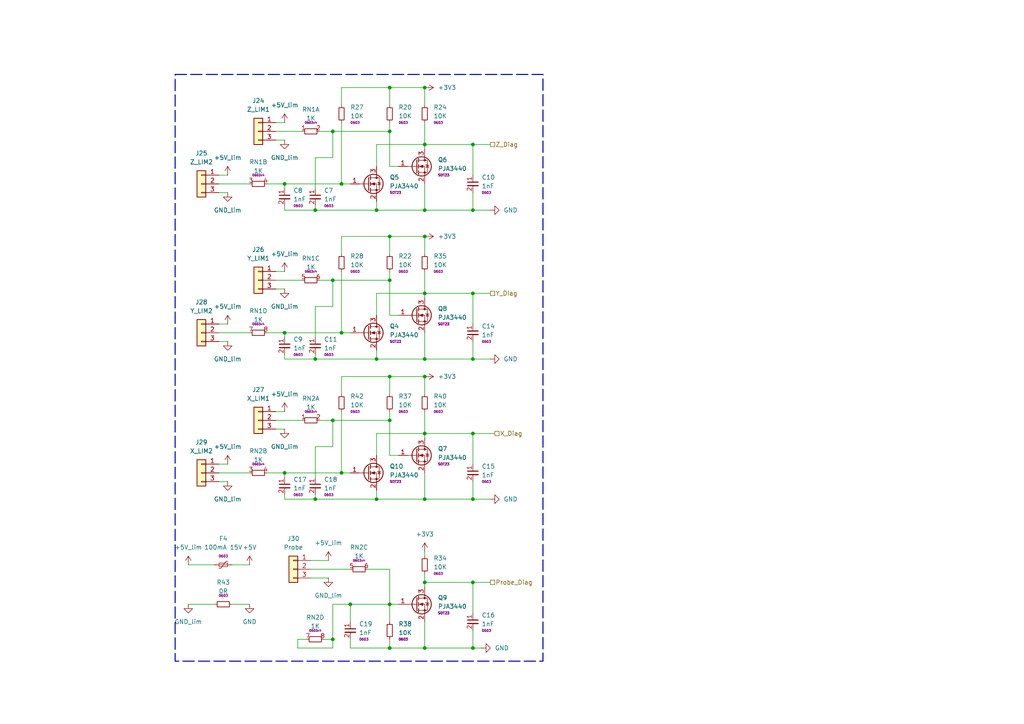
<source format=kicad_sch>
(kicad_sch (version 20250114) (generator "eeschema") (generator_version "9.0")
  (paper "A4")
  (title_block (title "LimitSwitchInputs") (date "2025-04-20") (rev "V_0.1") (company "hasankara.info"))
  (lib_symbols
    (symbol "Library:C_0603_1nF_50V_X7R" (pin_names (offset 0.254) (hide yes))
      (property "Reference" "C" (at 2.54 2.54 0))
      (property "Value" "1nF" (at 2.54 0 0))
      (property "Pad" "0603" (at 2.54 -2.54 0))
      (symbol "C_0603_1nF_50V_X7R_0_1"
        (polyline (pts (xy -1.524 0.508) (xy 1.524 0.508)) (stroke (width 0.3048)))
        (polyline (pts (xy -1.524 -0.508) (xy 1.524 -0.508)) (stroke (width 0.3302)))
      )
      (symbol "C_0603_1nF_50V_X7R_1_1"
        (pin passive line (at 0 2.54 270) (length 2.032) (name "~") (number "1"))
        (pin passive line (at 0 -2.54 90) (length 2.032) (name "~") (number "2"))
      )
    )
    (symbol "Library:Conn_01x03" (pin_names (offset 1.016) (hide yes))
      (property "Reference" "J" (at 0 5.08 0))
      (property "Value" "Conn_01x03" (at 0 -5.08 0))
      (symbol "Conn_01x03_1_1"
        (rectangle (start -1.27 3.81) (end 1.27 -3.81) (stroke (width 0.254)) (fill (type background)))
        (rectangle (start -1.27 2.667) (end 0 2.413) (stroke (width 0.1524)))
        (rectangle (start -1.27 0.127) (end 0 -0.127) (stroke (width 0.1524)))
        (rectangle (start -1.27 -2.413) (end 0 -2.667) (stroke (width 0.1524)))
        (pin passive line (at -5.08 2.54 0) (length 3.81) (name "Pin_1") (number "1"))
        (pin passive line (at -5.08 0 0) (length 3.81) (name "Pin_2") (number "2"))
        (pin passive line (at -5.08 -2.54 0) (length 3.81) (name "Pin_3") (number "3"))
      )
    )
    (symbol "Library:PJA3440_R2_00001" (pin_names (offset 0) (hide yes))
      (property "Reference" "Q" (at 5.08 2.54 0))
      (property "Value" "PJA3440" (at 5.08 0 0))
      (property "Pad" "SOT23" (at 5.08 -2.54 0))
      (symbol "PJA3440_R2_00001_0_1"
        (polyline (pts (xy 0.254 1.905) (xy 0.254 -1.905)) (stroke (width 0.254)))
        (polyline (pts (xy 0.254 0) (xy -2.54 0)))
        (polyline (pts (xy 0.762 2.286) (xy 0.762 1.27)) (stroke (width 0.254)))
        (polyline (pts (xy 0.762 0.508) (xy 0.762 -0.508)) (stroke (width 0.254)))
        (polyline (pts (xy 0.762 -1.27) (xy 0.762 -2.286)) (stroke (width 0.254)))
        (polyline (pts (xy 0.762 -1.778) (xy 3.302 -1.778) (xy 3.302 1.778) (xy 0.762 1.778)))
        (polyline (pts (xy 1.016 0) (xy 2.032 0.381) (xy 2.032 -0.381) (xy 1.016 0)) (fill (type outline)))
        (circle (center 1.651 0) (radius 2.794) (stroke (width 0.254)))
        (polyline (pts (xy 2.54 2.54) (xy 2.54 1.778)))
        (circle (center 2.54 1.778) (radius 0.254) (fill (type outline)))
        (circle (center 2.54 -1.778) (radius 0.254) (fill (type outline)))
        (polyline (pts (xy 2.54 -2.54) (xy 2.54 0) (xy 0.762 0)))
        (polyline (pts (xy 2.794 0.508) (xy 2.921 0.381) (xy 3.683 0.381) (xy 3.81 0.254)))
        (polyline (pts (xy 3.302 0.381) (xy 2.921 -0.254) (xy 3.683 -0.254) (xy 3.302 0.381)))
      )
      (symbol "PJA3440_R2_00001_1_1"
        (pin input line (at -5.08 0 0) (length 2.54) (name "G") (number "1"))
        (pin passive line (at 2.54 5.08 270) (length 2.54) (name "D") (number "3"))
        (pin passive line (at 2.54 -5.08 90) (length 2.54) (name "S") (number "2"))
      )
    )
    (symbol "Library:Polyfuse_0603_100mA_15V" (pin_numbers (hide yes)) (pin_names (offset 0))
      (property "Reference" "F" (at 2.54 2.54 0))
      (property "Value" "100mA 15V" (at 2.54 0 0))
      (property "Pad" "0603" (at 2.54 -2.54 0))
      (symbol "Polyfuse_0603_100mA_15V_0_1"
        (polyline (pts (xy -1.016 1.27) (xy -1.016 0.762) (xy 1.016 -0.762) (xy 1.016 -1.27)))
        (rectangle (start -0.508 1.27) (end 0.508 -1.27))
        (polyline (pts (xy 0 2.54) (xy 0 -2.54)))
      )
      (symbol "Polyfuse_0603_100mA_15V_1_1"
        (pin passive line (at 0 2.54 270) (length 0.635) (name "~") (number "1"))
        (pin passive line (at 0 -2.54 90) (length 0.635) (name "~") (number "2"))
      )
    )
    (symbol "Library:R_0603_0R%1" (pin_numbers (hide yes)) (pin_names (offset 0.254) (hide yes))
      (property "Reference" "R" (at 2.54 2.54 0))
      (property "Value" "0R" (at 2.54 0 0))
      (property "Pad" "0603" (at 2.54 -2.54 0))
      (symbol "R_0603_0R%1_0_1"
        (rectangle (start -0.762 1.778) (end 0.762 -1.778) (stroke (width 0.2032)))
      )
      (symbol "R_0603_0R%1_1_1"
        (pin passive line (at 0 2.54 270) (length 0.762) (name "~") (number "1"))
        (pin passive line (at 0 -2.54 90) (length 0.762) (name "~") (number "2"))
      )
    )
    (symbol "Library:R_0603_10K%1" (pin_numbers (hide yes)) (pin_names (offset 0.254) (hide yes))
      (property "Reference" "R" (at 2.54 2.54 0))
      (property "Value" "10K" (at 2.54 0 0))
      (property "Pad" "0603" (at 2.54 -2.54 0))
      (symbol "R_0603_10K%1_0_1"
        (rectangle (start -0.762 1.778) (end 0.762 -1.778) (stroke (width 0.2032)))
      )
      (symbol "R_0603_10K%1_1_1"
        (pin passive line (at 0 2.54 270) (length 0.762) (name "~") (number "1"))
        (pin passive line (at 0 -2.54 90) (length 0.762) (name "~") (number "2"))
      )
    )
    (symbol "Library:R_0603x4_1K%1" (pin_names (offset 0) (hide yes))
      (property "Reference" "RN" (at 2.54 2.54 0))
      (property "Value" "1K" (at 2.54 0 0))
      (property "Pad" "0603x4" (at 2.54 -2.54 0))
      (symbol "R_0603x4_1K%1_0_1"
        (rectangle (start -0.762 1.778) (end 0.762 -1.778) (stroke (width 0.2032)))
      )
      (symbol "R_0603x4_1K%1_1_1"
        (pin passive line (at 0 2.54 270) (length 0.762) (name "~") (number "1"))
        (pin passive line (at 0 -2.54 90) (length 0.762) (name "~") (number "2"))
      )
      (symbol "R_0603x4_1K%1_2_1"
        (pin passive line (at 0 2.54 270) (length 0.762) (name "~") (number "3"))
        (pin passive line (at 0 -2.54 90) (length 0.762) (name "~") (number "4"))
      )
      (symbol "R_0603x4_1K%1_3_1"
        (pin passive line (at 0 2.54 270) (length 0.762) (name "~") (number "5"))
        (pin passive line (at 0 -2.54 90) (length 0.762) (name "~") (number "6"))
      )
      (symbol "R_0603x4_1K%1_4_1"
        (pin passive line (at 0 2.54 270) (length 0.762) (name "~") (number "7"))
        (pin passive line (at 0 -2.54 90) (length 0.762) (name "~") (number "8"))
      )
    )
    (symbol "power:+3V3" (power) (pin_numbers (hide yes)) (pin_names (offset 0) (hide yes))
      (property "Value" "+3V3" (at 0 3.556 0))
      (symbol "+3V3_0_1"
        (polyline (pts (xy -0.762 1.27) (xy 0 2.54)))
        (polyline (pts (xy 0 2.54) (xy 0.762 1.27)))
        (polyline (pts (xy 0 0) (xy 0 2.54)))
      )
      (symbol "+3V3_1_1"
        (pin power_in line (at 0 0 90) (length 0) (name "~") (number "1"))
      )
    )
    (symbol "power:+5V" (power) (pin_numbers (hide yes)) (pin_names (offset 0) (hide yes))
      (property "Value" "+5V" (at 0 3.556 0))
      (symbol "+5V_0_1"
        (polyline (pts (xy -0.762 1.27) (xy 0 2.54)))
        (polyline (pts (xy 0 2.54) (xy 0.762 1.27)))
        (polyline (pts (xy 0 0) (xy 0 2.54)))
      )
      (symbol "+5V_1_1"
        (pin power_in line (at 0 0 90) (length 0) (name "~") (number "1"))
      )
    )
    (symbol "power:GND" (power) (pin_numbers (hide yes)) (pin_names (offset 0) (hide yes))
      (property "Value" "GND" (at 0 -3.81 0))
      (symbol "GND_0_1"
        (polyline (pts (xy 0 0) (xy 0 -1.27) (xy 1.27 -1.27) (xy 0 -2.54) (xy -1.27 -1.27) (xy 0 -1.27)))
      )
      (symbol "GND_1_1"
        (pin power_in line (at 0 0 270) (length 0) (name "~") (number "1"))
      )
    )
  )
  (rectangle (start 50.8 21.59) (end 157.48 191.77) (stroke (width 0.3) (type dash)))
  (junction (at 91.44 60.96))
  (junction (at 113.03 38.1))
  (junction (at 123.19 125.73))
  (junction (at 137.16 125.73))
  (junction (at 123.19 187.96))
  (junction (at 123.19 60.96))
  (junction (at 99.06 137.16))
  (junction (at 113.03 175.26))
  (junction (at 99.06 96.52))
  (junction (at 123.19 68.58))
  (junction (at 113.03 81.28))
  (junction (at 123.19 41.91))
  (junction (at 91.44 144.78))
  (junction (at 137.16 187.96))
  (junction (at 101.6 175.26))
  (junction (at 82.55 137.16))
  (junction (at 96.52 81.28))
  (junction (at 99.06 53.34))
  (junction (at 123.19 144.78))
  (junction (at 96.52 121.92))
  (junction (at 91.44 104.14))
  (junction (at 123.19 85.09))
  (junction (at 123.19 109.22))
  (junction (at 113.03 25.4))
  (junction (at 123.19 168.91))
  (junction (at 137.16 168.91))
  (junction (at 109.22 104.14))
  (junction (at 96.52 38.1))
  (junction (at 96.52 185.42))
  (junction (at 137.16 104.14))
  (junction (at 113.03 68.58))
  (junction (at 137.16 41.91))
  (junction (at 113.03 187.96))
  (junction (at 137.16 144.78))
  (junction (at 137.16 60.96))
  (junction (at 123.19 25.4))
  (junction (at 82.55 53.34))
  (junction (at 137.16 85.09))
  (junction (at 113.03 121.92))
  (junction (at 113.03 109.22))
  (junction (at 109.22 60.96))
  (junction (at 123.19 104.14))
  (junction (at 82.55 96.52))
  (junction (at 109.22 144.78))
  (wire (pts (xy 113.03 78.74) (xy 113.03 81.28)))
  (wire (pts (xy 99.06 68.58) (xy 113.03 68.58)))
  (wire (pts (xy 137.16 85.09) (xy 137.16 93.98)))
  (wire (pts (xy 137.16 182.88) (xy 137.16 187.96)))
  (wire (pts (xy 80.01 119.38) (xy 82.55 119.38)))
  (wire (pts (xy 137.16 60.96) (xy 123.19 60.96)))
  (wire (pts (xy 113.03 109.22) (xy 123.19 109.22)))
  (wire (pts (xy 123.19 166.37) (xy 123.19 168.91)))
  (wire (pts (xy 137.16 144.78) (xy 123.19 144.78)))
  (wire (pts (xy 91.44 60.96) (xy 91.44 59.69)))
  (wire (pts (xy 96.52 121.92) (xy 113.03 121.92)))
  (wire (pts (xy 91.44 60.96) (xy 109.22 60.96)))
  (wire (pts (xy 99.06 114.3) (xy 99.06 109.22)))
  (wire (pts (xy 137.16 168.91) (xy 142.24 168.91)))
  (wire (pts (xy 137.16 139.7) (xy 137.16 144.78)))
  (wire (pts (xy 96.52 121.92) (xy 96.52 129.54)))
  (wire (pts (xy 99.06 96.52) (xy 101.6 96.52)))
  (wire (pts (xy 96.52 81.28) (xy 96.52 88.9)))
  (wire (pts (xy 109.22 125.73) (xy 109.22 132.08)))
  (wire (pts (xy 123.19 168.91) (xy 137.16 168.91)))
  (wire (pts (xy 91.44 144.78) (xy 109.22 144.78)))
  (wire (pts (xy 123.19 78.74) (xy 123.19 85.09)))
  (wire (pts (xy 80.01 81.28) (xy 87.63 81.28)))
  (wire (pts (xy 123.19 85.09) (xy 123.19 86.36)))
  (wire (pts (xy 123.19 68.58) (xy 123.19 73.66)))
  (wire (pts (xy 99.06 30.48) (xy 99.06 25.4)))
  (wire (pts (xy 63.5 50.8) (xy 66.04 50.8)))
  (wire (pts (xy 123.19 96.52) (xy 123.19 104.14)))
  (wire (pts (xy 63.5 139.7) (xy 66.04 139.7)))
  (wire (pts (xy 91.44 138.43) (xy 91.44 129.54)))
  (wire (pts (xy 101.6 175.26) (xy 101.6 180.34)))
  (wire (pts (xy 99.06 119.38) (xy 99.06 137.16)))
  (wire (pts (xy 67.31 163.83) (xy 72.39 163.83)))
  (wire (pts (xy 99.06 73.66) (xy 99.06 68.58)))
  (wire (pts (xy 80.01 78.74) (xy 82.55 78.74)))
  (wire (pts (xy 123.19 137.16) (xy 123.19 144.78)))
  (wire (pts (xy 123.19 125.73) (xy 123.19 127)))
  (wire (pts (xy 96.52 175.26) (xy 101.6 175.26)))
  (wire (pts (xy 82.55 53.34) (xy 99.06 53.34)))
  (wire (pts (xy 123.19 160.02) (xy 123.19 161.29)))
  (wire (pts (xy 109.22 41.91) (xy 109.22 48.26)))
  (wire (pts (xy 101.6 187.96) (xy 101.6 185.42)))
  (wire (pts (xy 91.44 104.14) (xy 91.44 102.87)))
  (wire (pts (xy 113.03 38.1) (xy 113.03 48.26)))
  (wire (pts (xy 142.24 60.96) (xy 137.16 60.96)))
  (wire (pts (xy 113.03 25.4) (xy 113.03 30.48)))
  (wire (pts (xy 80.01 121.92) (xy 87.63 121.92)))
  (wire (pts (xy 123.19 125.73) (xy 137.16 125.73)))
  (wire (pts (xy 137.16 125.73) (xy 143.51 125.73)))
  (wire (pts (xy 82.55 96.52) (xy 82.55 97.79)))
  (wire (pts (xy 82.55 96.52) (xy 99.06 96.52)))
  (wire (pts (xy 137.16 134.62) (xy 137.16 125.73)))
  (wire (pts (xy 101.6 175.26) (xy 113.03 175.26)))
  (wire (pts (xy 99.06 35.56) (xy 99.06 53.34)))
  (wire (pts (xy 123.19 104.14) (xy 109.22 104.14)))
  (wire (pts (xy 142.24 85.09) (xy 137.16 85.09)))
  (wire (pts (xy 82.55 60.96) (xy 91.44 60.96)))
  (wire (pts (xy 67.31 175.26) (xy 72.39 175.26)))
  (wire (pts (xy 77.47 53.34) (xy 82.55 53.34)))
  (wire (pts (xy 82.55 59.69) (xy 82.55 60.96)))
  (wire (pts (xy 91.44 45.72) (xy 96.52 45.72)))
  (wire (pts (xy 99.06 137.16) (xy 101.6 137.16)))
  (wire (pts (xy 123.19 168.91) (xy 123.19 170.18)))
  (wire (pts (xy 80.01 124.46) (xy 82.55 124.46)))
  (wire (pts (xy 123.19 85.09) (xy 109.22 85.09)))
  (wire (pts (xy 113.03 48.26) (xy 115.57 48.26)))
  (wire (pts (xy 123.19 41.91) (xy 137.16 41.91)))
  (wire (pts (xy 91.44 88.9) (xy 96.52 88.9)))
  (wire (pts (xy 113.03 91.44) (xy 115.57 91.44)))
  (wire (pts (xy 63.5 55.88) (xy 66.04 55.88)))
  (wire (pts (xy 96.52 38.1) (xy 113.03 38.1)))
  (wire (pts (xy 113.03 81.28) (xy 113.03 91.44)))
  (wire (pts (xy 142.24 144.78) (xy 137.16 144.78)))
  (wire (pts (xy 113.03 165.1) (xy 113.03 175.26)))
  (wire (pts (xy 139.7 187.96) (xy 137.16 187.96)))
  (wire (pts (xy 123.19 41.91) (xy 109.22 41.91)))
  (wire (pts (xy 82.55 137.16) (xy 99.06 137.16)))
  (wire (pts (xy 88.9 185.42) (xy 86.36 185.42)))
  (wire (pts (xy 123.19 85.09) (xy 137.16 85.09)))
  (wire (pts (xy 99.06 78.74) (xy 99.06 96.52)))
  (wire (pts (xy 113.03 121.92) (xy 113.03 132.08)))
  (wire (pts (xy 90.17 165.1) (xy 101.6 165.1)))
  (wire (pts (xy 82.55 143.51) (xy 82.55 144.78)))
  (wire (pts (xy 137.16 99.06) (xy 137.16 104.14)))
  (wire (pts (xy 123.19 25.4) (xy 123.19 30.48)))
  (wire (pts (xy 82.55 102.87) (xy 82.55 104.14)))
  (wire (pts (xy 80.01 83.82) (xy 82.55 83.82)))
  (wire (pts (xy 86.36 187.96) (xy 96.52 187.96)))
  (wire (pts (xy 80.01 38.1) (xy 87.63 38.1)))
  (wire (pts (xy 63.5 53.34) (xy 72.39 53.34)))
  (wire (pts (xy 113.03 187.96) (xy 123.19 187.96)))
  (wire (pts (xy 82.55 144.78) (xy 91.44 144.78)))
  (wire (pts (xy 90.17 162.56) (xy 95.25 162.56)))
  (wire (pts (xy 113.03 185.42) (xy 113.03 187.96)))
  (wire (pts (xy 113.03 180.34) (xy 113.03 175.26)))
  (wire (pts (xy 91.44 54.61) (xy 91.44 45.72)))
  (wire (pts (xy 113.03 175.26) (xy 115.57 175.26)))
  (wire (pts (xy 123.19 109.22) (xy 123.19 114.3)))
  (wire (pts (xy 82.55 104.14) (xy 91.44 104.14)))
  (wire (pts (xy 86.36 185.42) (xy 86.36 187.96)))
  (wire (pts (xy 123.19 144.78) (xy 109.22 144.78)))
  (wire (pts (xy 82.55 137.16) (xy 82.55 138.43)))
  (wire (pts (xy 109.22 85.09) (xy 109.22 91.44)))
  (wire (pts (xy 96.52 187.96) (xy 96.52 185.42)))
  (wire (pts (xy 137.16 187.96) (xy 123.19 187.96)))
  (wire (pts (xy 137.16 177.8) (xy 137.16 168.91)))
  (wire (pts (xy 91.44 97.79) (xy 91.44 88.9)))
  (wire (pts (xy 137.16 104.14) (xy 123.19 104.14)))
  (wire (pts (xy 142.24 41.91) (xy 137.16 41.91)))
  (wire (pts (xy 123.19 41.91) (xy 123.19 43.18)))
  (wire (pts (xy 92.71 81.28) (xy 96.52 81.28)))
  (wire (pts (xy 91.44 144.78) (xy 91.44 143.51)))
  (wire (pts (xy 113.03 35.56) (xy 113.03 38.1)))
  (wire (pts (xy 109.22 58.42) (xy 109.22 60.96)))
  (wire (pts (xy 109.22 101.6) (xy 109.22 104.14)))
  (wire (pts (xy 113.03 109.22) (xy 113.03 114.3)))
  (wire (pts (xy 91.44 104.14) (xy 109.22 104.14)))
  (wire (pts (xy 63.5 137.16) (xy 72.39 137.16)))
  (wire (pts (xy 54.61 175.26) (xy 62.23 175.26)))
  (wire (pts (xy 142.24 104.14) (xy 137.16 104.14)))
  (wire (pts (xy 113.03 119.38) (xy 113.03 121.92)))
  (wire (pts (xy 96.52 38.1) (xy 96.52 45.72)))
  (wire (pts (xy 99.06 53.34) (xy 101.6 53.34)))
  (wire (pts (xy 123.19 119.38) (xy 123.19 125.73)))
  (wire (pts (xy 113.03 68.58) (xy 113.03 73.66)))
  (wire (pts (xy 123.19 60.96) (xy 109.22 60.96)))
  (wire (pts (xy 123.19 180.34) (xy 123.19 187.96)))
  (wire (pts (xy 137.16 41.91) (xy 137.16 50.8)))
  (wire (pts (xy 80.01 35.56) (xy 82.55 35.56)))
  (wire (pts (xy 123.19 53.34) (xy 123.19 60.96)))
  (wire (pts (xy 80.01 40.64) (xy 82.55 40.64)))
  (wire (pts (xy 54.61 163.83) (xy 62.23 163.83)))
  (wire (pts (xy 113.03 68.58) (xy 123.19 68.58)))
  (wire (pts (xy 109.22 142.24) (xy 109.22 144.78)))
  (wire (pts (xy 123.19 35.56) (xy 123.19 41.91)))
  (wire (pts (xy 106.68 165.1) (xy 113.03 165.1)))
  (wire (pts (xy 63.5 93.98) (xy 66.04 93.98)))
  (wire (pts (xy 101.6 187.96) (xy 113.03 187.96)))
  (wire (pts (xy 77.47 137.16) (xy 82.55 137.16)))
  (wire (pts (xy 63.5 99.06) (xy 66.04 99.06)))
  (wire (pts (xy 90.17 167.64) (xy 95.25 167.64)))
  (wire (pts (xy 123.19 125.73) (xy 109.22 125.73)))
  (wire (pts (xy 77.47 96.52) (xy 82.55 96.52)))
  (wire (pts (xy 82.55 53.34) (xy 82.55 54.61)))
  (wire (pts (xy 63.5 96.52) (xy 72.39 96.52)))
  (wire (pts (xy 137.16 55.88) (xy 137.16 60.96)))
  (wire (pts (xy 113.03 132.08) (xy 115.57 132.08)))
  (wire (pts (xy 63.5 134.62) (xy 66.04 134.62)))
  (wire (pts (xy 99.06 109.22) (xy 113.03 109.22)))
  (wire (pts (xy 92.71 38.1) (xy 96.52 38.1)))
  (wire (pts (xy 96.52 81.28) (xy 113.03 81.28)))
  (wire (pts (xy 93.98 185.42) (xy 96.52 185.42)))
  (wire (pts (xy 96.52 185.42) (xy 96.52 175.26)))
  (wire (pts (xy 92.71 121.92) (xy 96.52 121.92)))
  (wire (pts (xy 113.03 25.4) (xy 123.19 25.4)))
  (wire (pts (xy 91.44 129.54) (xy 96.52 129.54)))
  (wire (pts (xy 99.06 25.4) (xy 113.03 25.4)))
  (hierarchical_label "Z_Diag" (shape passive) (at 142.24 41.91 0))
  (hierarchical_label "X_Diag" (shape passive) (at 143.51 125.73 0))
  (hierarchical_label "Probe_Diag" (shape passive) (at 142.24 168.91 0))
  (hierarchical_label "Y_Diag" (shape passive) (at 142.24 85.09 0))
  (symbol (lib_id "Library:PJA3440_R2_00001") (at 120.65 132.08 0) (unit 1)
    (property "Reference" "Q7" (at 127 130.1749 0) (effects (justify left)))
    (property "Value" "PJA3440" (at 127 132.7149 0) (effects (justify left)))
    (property "Footprint" "Library:SOT-23-3-s" (effects (hide yes)))
    (property "Datasheet" "https://www.onsemi.com/pub/Collateral/BSS138-D.PDF" (effects (hide yes)))
    (property "Description" "MOSFET DIS.4.3A 40V N-CH SOT23 ENHANCEMENT SMT" (effects (hide yes)))
    (property "Part Number" "PJA3440_R2_00001" (effects (hide yes)))
    (property "Part Link" "https://ozdisan.com/Product/Detail/517995/PJA3440R200001" (effects (hide yes)))
    (property "Price" "0.1" (effects (hide yes)))
    (property "Pad" "SOT23" (at 127 134.62 0) (effects (font (size 0.7 0.7)) (justify left)))
    (property "Sim.Device" "NMOS" (effects (hide yes)))
    (property "Sim.Type" "VDMOS" (effects (hide yes)))
    (property "Sim.Pins" "1=D 2=G 3=S" (effects (hide yes)))
  )
  (symbol (lib_id "Library:Polyfuse_0603_100mA_15V") (at 64.77 163.83 90) (unit 1)
    (property "Reference" "F4" (at 64.77 156.21 90))
    (property "Value" "100mA 15V" (at 64.77 158.75 90))
    (property "Footprint" "Library:Fuse_0603_1608Metric" (effects (hide yes)))
    (property "Description" "THERMISTOR PTC RESETTABLE FUSE 0603 100mA 15V" (effects (hide yes)))
    (property "Part Link" "https://ozdisan.com/Product/Detail/470708/FSMD010-0603-R" (effects (hide yes)))
    (property "Part Number" "FSMD010-0603-R" (effects (hide yes)))
    (property "Price" "0.1" (effects (hide yes)))
    (property "Pad" "0603" (at 64.77 161.29 90) (effects (font (size 0.7 0.7))))
  )
  (symbol (lib_id "power:+5V") (at 66.04 93.98 0) (unit 1)
    (property "Reference" "#PWR080" (effects (hide yes)))
    (property "Value" "+5V_lim" (at 66.04 88.9 0))
    (property "Description" "Power symbol creates a global label with name \"+5V\"" (effects (hide yes)))
  )
  (symbol (lib_id "power:GND") (at 142.24 60.96 90) (mirror x) (unit 1)
    (property "Reference" "#PWR077" (effects (hide yes)))
    (property "Value" "GND" (at 146.05 60.9599 90) (effects (justify right)))
    (property "Description" "Power symbol creates a global label with name \"GND\" , ground" (effects (hide yes)))
  )
  (symbol (lib_id "power:GND") (at 72.39 175.26 0) (unit 1)
    (property "Reference" "#PWR071" (effects (hide yes)))
    (property "Value" "GND" (at 72.39 180.34 0))
    (property "Description" "Power symbol creates a global label with name \"GND\" , ground" (effects (hide yes)))
  )
  (symbol (lib_id "Library:R_0603_10K%1") (at 123.19 76.2 0) (unit 1)
    (property "Reference" "R35" (at 125.73 74.2949 0) (effects (justify left)))
    (property "Value" "10K" (at 125.73 76.8349 0) (effects (justify left)))
    (property "Footprint" "Resistor_SMD:R_0603_1608Metric" (effects (hide yes)))
    (property "Description" "Resistor, small symbol" (effects (hide yes)))
    (property "Pad" "0603" (at 125.73 78.74 0) (effects (font (size 0.7 0.7)) (justify left)))
    (property "Part Link" "https://ozdisan.com/Product/Detail/341790/0603SAF1002T5E" (effects (hide yes)))
    (property "Part Number" "0603SAF1002T5E" (effects (hide yes)))
    (property "Price" "0.0015" (effects (hide yes)))
  )
  (symbol (lib_id "Library:C_0603_1nF_50V_X7R") (at 137.16 180.34 0) (unit 1)
    (property "Reference" "C16" (at 139.7 178.4412 0) (effects (justify left)))
    (property "Value" "1nF" (at 139.7 180.9812 0) (effects (justify left)))
    (property "Footprint" "Capacitor_SMD:C_0603_1608Metric" (effects (hide yes)))
    (property "Datasheet" "Datasheet" (effects (hide yes)))
    (property "Description" "Unpolarized capacitor, small symbol" (effects (hide yes)))
    (property "Pad" "0603" (at 139.7 182.8863 0) (effects (font (size 0.7 0.7)) (justify left)))
    (property "Part Link" "https://ozdisan.com/Product/Detail/11971/CL10B102KB8NNNC" (effects (hide yes)))
    (property "Part Number" "CL10B102KB8NNNC" (effects (hide yes)))
    (property "Price" "0.006" (effects (hide yes)))
  )
  (symbol (lib_id "power:+5V") (at 95.25 162.56 0) (unit 1)
    (property "Reference" "#PWR087" (effects (hide yes)))
    (property "Value" "+5V_lim" (at 95.25 157.48 0))
    (property "Description" "Power symbol creates a global label with name \"+5V\"" (effects (hide yes)))
  )
  (symbol (lib_id "Library:R_0603_10K%1") (at 123.19 163.83 0) (unit 1)
    (property "Reference" "R34" (at 125.73 161.9249 0) (effects (justify left)))
    (property "Value" "10K" (at 125.73 164.4649 0) (effects (justify left)))
    (property "Footprint" "Resistor_SMD:R_0603_1608Metric" (effects (hide yes)))
    (property "Description" "Resistor, small symbol" (effects (hide yes)))
    (property "Pad" "0603" (at 125.73 166.37 0) (effects (font (size 0.7 0.7)) (justify left)))
    (property "Part Link" "https://ozdisan.com/Product/Detail/341790/0603SAF1002T5E" (effects (hide yes)))
    (property "Part Number" "0603SAF1002T5E" (effects (hide yes)))
    (property "Price" "0.0015" (effects (hide yes)))
  )
  (symbol (lib_id "power:+5V") (at 66.04 134.62 0) (unit 1)
    (property "Reference" "#PWR085" (effects (hide yes)))
    (property "Value" "+5V_lim" (at 66.04 129.54 0))
    (property "Description" "Power symbol creates a global label with name \"+5V\"" (effects (hide yes)))
  )
  (symbol (lib_id "Library:PJA3440_R2_00001") (at 120.65 91.44 0) (unit 1)
    (property "Reference" "Q8" (at 127 89.5349 0) (effects (justify left)))
    (property "Value" "PJA3440" (at 127 92.0749 0) (effects (justify left)))
    (property "Footprint" "Library:SOT-23-3-s" (effects (hide yes)))
    (property "Datasheet" "https://www.onsemi.com/pub/Collateral/BSS138-D.PDF" (effects (hide yes)))
    (property "Description" "MOSFET DIS.4.3A 40V N-CH SOT23 ENHANCEMENT SMT" (effects (hide yes)))
    (property "Part Number" "PJA3440_R2_00001" (effects (hide yes)))
    (property "Part Link" "https://ozdisan.com/Product/Detail/517995/PJA3440R200001" (effects (hide yes)))
    (property "Price" "0.1" (effects (hide yes)))
    (property "Pad" "SOT23" (at 127 93.98 0) (effects (font (size 0.7 0.7)) (justify left)))
    (property "Sim.Device" "NMOS" (effects (hide yes)))
    (property "Sim.Type" "VDMOS" (effects (hide yes)))
    (property "Sim.Pins" "1=D 2=G 3=S" (effects (hide yes)))
  )
  (symbol (lib_id "power:GND") (at 142.24 144.78 90) (mirror x) (unit 1)
    (property "Reference" "#PWR091" (effects (hide yes)))
    (property "Value" "GND" (at 146.05 144.7799 90) (effects (justify right)))
    (property "Description" "Power symbol creates a global label with name \"GND\" , ground" (effects (hide yes)))
  )
  (symbol (lib_id "Library:R_0603_10K%1") (at 113.03 33.02 0) (unit 1)
    (property "Reference" "R20" (at 115.57 31.1149 0) (effects (justify left)))
    (property "Value" "10K" (at 115.57 33.6549 0) (effects (justify left)))
    (property "Footprint" "Resistor_SMD:R_0603_1608Metric" (effects (hide yes)))
    (property "Description" "Resistor, small symbol" (effects (hide yes)))
    (property "Pad" "0603" (at 115.57 35.56 0) (effects (font (size 0.7 0.7)) (justify left)))
    (property "Part Link" "https://ozdisan.com/Product/Detail/341790/0603SAF1002T5E" (effects (hide yes)))
    (property "Part Number" "0603SAF1002T5E" (effects (hide yes)))
    (property "Price" "0.0015" (effects (hide yes)))
  )
  (symbol (lib_id "Library:C_0603_1nF_50V_X7R") (at 137.16 137.16 0) (unit 1)
    (property "Reference" "C15" (at 139.7 135.2612 0) (effects (justify left)))
    (property "Value" "1nF" (at 139.7 137.8012 0) (effects (justify left)))
    (property "Footprint" "Capacitor_SMD:C_0603_1608Metric" (effects (hide yes)))
    (property "Datasheet" "Datasheet" (effects (hide yes)))
    (property "Description" "Unpolarized capacitor, small symbol" (effects (hide yes)))
    (property "Pad" "0603" (at 139.7 139.7063 0) (effects (font (size 0.7 0.7)) (justify left)))
    (property "Part Link" "https://ozdisan.com/Product/Detail/11971/CL10B102KB8NNNC" (effects (hide yes)))
    (property "Part Number" "CL10B102KB8NNNC" (effects (hide yes)))
    (property "Price" "0.006" (effects (hide yes)))
  )
  (symbol (lib_id "Library:C_0603_1nF_50V_X7R") (at 101.6 182.88 0) (unit 1)
    (property "Reference" "C19" (at 104.14 180.9812 0) (effects (justify left)))
    (property "Value" "1nF" (at 104.14 183.5212 0) (effects (justify left)))
    (property "Footprint" "Capacitor_SMD:C_0603_1608Metric" (effects (hide yes)))
    (property "Datasheet" "Datasheet" (effects (hide yes)))
    (property "Description" "Unpolarized capacitor, small symbol" (effects (hide yes)))
    (property "Pad" "0603" (at 104.14 185.4263 0) (effects (font (size 0.7 0.7)) (justify left)))
    (property "Part Link" "https://ozdisan.com/Product/Detail/11971/CL10B102KB8NNNC" (effects (hide yes)))
    (property "Part Number" "CL10B102KB8NNNC" (effects (hide yes)))
    (property "Price" "0.006" (effects (hide yes)))
  )
  (symbol (lib_id "Library:Conn_01x03") (at 74.93 121.92 0) (mirror y) (unit 1)
    (property "Reference" "J27" (at 74.93 113.03 0))
    (property "Value" "X_LIM1" (at 74.93 115.57 0))
    (property "Footprint" "Library:JST_XH_B3B-XH-A_1x03_P2.50mm_Vertical" (effects (hide yes)))
    (property "Description" "Generic connector, single row, 01x03, script generated (kicad-library-utils/schlib/autogen/connector/)" (effects (hide yes)))
    (property "Part Number" "L-KLS1-2.50-03-S" (effects (hide yes)))
    (property "Part Link" "https://ozdisan.com/Product/Detail/456067/L-KLS1-2-50-03-S" (effects (hide yes)))
    (property "Price" "0.018" (effects (hide yes)))
  )
  (symbol (lib_id "power:+5V") (at 72.39 163.83 0) (mirror y) (unit 1)
    (property "Reference" "#PWR072" (effects (hide yes)))
    (property "Value" "+5V" (at 72.39 158.75 0))
    (property "Description" "Power symbol creates a global label with name \"+5V\"" (effects (hide yes)))
  )
  (symbol (lib_id "Library:R_0603x4_1K%1") (at 74.93 53.34 90) (unit 2)
    (property "Reference" "RN1" (at 74.93 46.99 90))
    (property "Value" "1K" (at 74.93 49.53 90))
    (property "Footprint" "Library:R_Array_Convex_4x0603-s" (effects (hide yes)))
    (property "Datasheet" "Datasheet" (effects (hide yes)))
    (property "Description" "RES.NETWORK (4D03) 0603x4 1K Ohms 1% 1/16W SMT" (effects (hide yes)))
    (property "Part Link" "https://ozdisan.com/Product/Detail/423589/4D03WGF1001T5E" (effects (hide yes)))
    (property "Part Number" "4D03WGF1001T5E" (effects (hide yes)))
    (property "Price" "0.017" (effects (hide yes)))
    (property "Pad" "0603x4" (at 74.93 50.8 90) (effects (font (size 0.635 0.635))))
  )
  (symbol (lib_id "Library:C_0603_1nF_50V_X7R") (at 137.16 53.34 0) (unit 1)
    (property "Reference" "C10" (at 139.7 51.4412 0) (effects (justify left)))
    (property "Value" "1nF" (at 139.7 53.9812 0) (effects (justify left)))
    (property "Footprint" "Capacitor_SMD:C_0603_1608Metric" (effects (hide yes)))
    (property "Datasheet" "Datasheet" (effects (hide yes)))
    (property "Description" "Unpolarized capacitor, small symbol" (effects (hide yes)))
    (property "Pad" "0603" (at 139.7 55.8863 0) (effects (font (size 0.7 0.7)) (justify left)))
    (property "Part Link" "https://ozdisan.com/Product/Detail/11971/CL10B102KB8NNNC" (effects (hide yes)))
    (property "Part Number" "CL10B102KB8NNNC" (effects (hide yes)))
    (property "Price" "0.006" (effects (hide yes)))
  )
  (symbol (lib_id "Library:R_0603_0R%1") (at 64.77 175.26 90) (unit 1)
    (property "Reference" "R43" (at 64.77 168.91 90))
    (property "Value" "0R" (at 64.77 171.45 90))
    (property "Footprint" "Resistor_SMD:R_0603_1608Metric" (effects (hide yes)))
    (property "Description" "Resistor, small symbol" (effects (hide yes)))
    (property "Pad" "0603" (at 64.77 172.72 90) (effects (font (size 0.7 0.7))))
    (property "Part Link" "https://ozdisan.com/Product/Detail/352049/0603SAF0000T5E" (effects (hide yes)))
    (property "Part Number" "0603SAF0000T5E" (effects (hide yes)))
    (property "Price" "0.0015" (effects (hide yes)))
  )
  (symbol (lib_id "power:GND") (at 66.04 55.88 0) (mirror y) (unit 1)
    (property "Reference" "#PWR074" (effects (hide yes)))
    (property "Value" "GND_lim" (at 66.04 60.96 0))
    (property "Description" "Power symbol creates a global label with name \"GND\" , ground" (effects (hide yes)))
  )
  (symbol (lib_id "Library:R_0603x4_1K%1") (at 90.17 81.28 90) (unit 3)
    (property "Reference" "RN1" (at 90.17 74.93 90))
    (property "Value" "1K" (at 90.17 77.47 90))
    (property "Footprint" "Library:R_Array_Convex_4x0603-s" (effects (hide yes)))
    (property "Datasheet" "Datasheet" (effects (hide yes)))
    (property "Description" "RES.NETWORK (4D03) 0603x4 1K Ohms 1% 1/16W SMT" (effects (hide yes)))
    (property "Part Link" "https://ozdisan.com/Product/Detail/423589/4D03WGF1001T5E" (effects (hide yes)))
    (property "Part Number" "4D03WGF1001T5E" (effects (hide yes)))
    (property "Price" "0.017" (effects (hide yes)))
    (property "Pad" "0603x4" (at 90.17 78.74 90) (effects (font (size 0.635 0.635))))
  )
  (symbol (lib_id "Library:C_0603_1nF_50V_X7R") (at 82.55 57.15 0) (unit 1)
    (property "Reference" "C8" (at 85.09 55.2512 0) (effects (justify left)))
    (property "Value" "1nF" (at 85.09 57.7912 0) (effects (justify left)))
    (property "Footprint" "Capacitor_SMD:C_0603_1608Metric" (effects (hide yes)))
    (property "Datasheet" "Datasheet" (effects (hide yes)))
    (property "Description" "Unpolarized capacitor, small symbol" (effects (hide yes)))
    (property "Pad" "0603" (at 85.09 59.6963 0) (effects (font (size 0.7 0.7)) (justify left)))
    (property "Part Link" "https://ozdisan.com/Product/Detail/11971/CL10B102KB8NNNC" (effects (hide yes)))
    (property "Part Number" "CL10B102KB8NNNC" (effects (hide yes)))
    (property "Price" "0.006" (effects (hide yes)))
  )
  (symbol (lib_id "Library:PJA3440_R2_00001") (at 120.65 175.26 0) (unit 1)
    (property "Reference" "Q9" (at 127 173.3549 0) (effects (justify left)))
    (property "Value" "PJA3440" (at 127 175.8949 0) (effects (justify left)))
    (property "Footprint" "Library:SOT-23-3-s" (effects (hide yes)))
    (property "Datasheet" "https://www.onsemi.com/pub/Collateral/BSS138-D.PDF" (effects (hide yes)))
    (property "Description" "MOSFET DIS.4.3A 40V N-CH SOT23 ENHANCEMENT SMT" (effects (hide yes)))
    (property "Part Number" "PJA3440_R2_00001" (effects (hide yes)))
    (property "Part Link" "https://ozdisan.com/Product/Detail/517995/PJA3440R200001" (effects (hide yes)))
    (property "Price" "0.1" (effects (hide yes)))
    (property "Pad" "SOT23" (at 127 177.8 0) (effects (font (size 0.7 0.7)) (justify left)))
    (property "Sim.Device" "NMOS" (effects (hide yes)))
    (property "Sim.Type" "VDMOS" (effects (hide yes)))
    (property "Sim.Pins" "1=D 2=G 3=S" (effects (hide yes)))
  )
  (symbol (lib_id "Library:R_0603_10K%1") (at 123.19 116.84 0) (unit 1)
    (property "Reference" "R40" (at 125.73 114.9349 0) (effects (justify left)))
    (property "Value" "10K" (at 125.73 117.4749 0) (effects (justify left)))
    (property "Footprint" "Resistor_SMD:R_0603_1608Metric" (effects (hide yes)))
    (property "Description" "Resistor, small symbol" (effects (hide yes)))
    (property "Pad" "0603" (at 125.73 119.38 0) (effects (font (size 0.7 0.7)) (justify left)))
    (property "Part Link" "https://ozdisan.com/Product/Detail/341790/0603SAF1002T5E" (effects (hide yes)))
    (property "Part Number" "0603SAF1002T5E" (effects (hide yes)))
    (property "Price" "0.0015" (effects (hide yes)))
  )
  (symbol (lib_id "power:GND") (at 95.25 167.64 0) (mirror y) (unit 1)
    (property "Reference" "#PWR088" (effects (hide yes)))
    (property "Value" "GND_lim" (at 95.25 172.72 0))
    (property "Description" "Power symbol creates a global label with name \"GND\" , ground" (effects (hide yes)))
  )
  (symbol (lib_id "Library:R_0603x4_1K%1") (at 104.14 165.1 90) (unit 3)
    (property "Reference" "RN2" (at 104.14 158.75 90))
    (property "Value" "1K" (at 104.14 161.29 90))
    (property "Footprint" "Library:R_Array_Convex_4x0603-s" (effects (hide yes)))
    (property "Datasheet" "Datasheet" (effects (hide yes)))
    (property "Description" "RES.NETWORK (4D03) 0603x4 1K Ohms 1% 1/16W SMT" (effects (hide yes)))
    (property "Part Link" "https://ozdisan.com/Product/Detail/423589/4D03WGF1001T5E" (effects (hide yes)))
    (property "Part Number" "4D03WGF1001T5E" (effects (hide yes)))
    (property "Price" "0.017" (effects (hide yes)))
    (property "Pad" "0603x4" (at 104.14 162.56 90) (effects (font (size 0.635 0.635))))
  )
  (symbol (lib_id "Library:C_0603_1nF_50V_X7R") (at 82.55 100.33 0) (unit 1)
    (property "Reference" "C9" (at 85.09 98.4312 0) (effects (justify left)))
    (property "Value" "1nF" (at 85.09 100.9712 0) (effects (justify left)))
    (property "Footprint" "Capacitor_SMD:C_0603_1608Metric" (effects (hide yes)))
    (property "Datasheet" "Datasheet" (effects (hide yes)))
    (property "Description" "Unpolarized capacitor, small symbol" (effects (hide yes)))
    (property "Pad" "0603" (at 85.09 102.8763 0) (effects (font (size 0.7 0.7)) (justify left)))
    (property "Part Link" "https://ozdisan.com/Product/Detail/11971/CL10B102KB8NNNC" (effects (hide yes)))
    (property "Part Number" "CL10B102KB8NNNC" (effects (hide yes)))
    (property "Price" "0.006" (effects (hide yes)))
  )
  (symbol (lib_id "power:+3V3") (at 123.19 68.58 270) (unit 1)
    (property "Reference" "#PWR017" (effects (hide yes)))
    (property "Value" "+3V3" (at 127 68.5799 90) (effects (justify left)))
    (property "Description" "Power symbol creates a global label with name \"+3V3\"" (effects (hide yes)))
  )
  (symbol (lib_id "Library:Conn_01x03") (at 74.93 81.28 0) (mirror y) (unit 1)
    (property "Reference" "J26" (at 74.93 72.39 0))
    (property "Value" "Y_LIM1" (at 74.93 74.93 0))
    (property "Footprint" "Library:JST_XH_B3B-XH-A_1x03_P2.50mm_Vertical" (effects (hide yes)))
    (property "Description" "Generic connector, single row, 01x03, script generated (kicad-library-utils/schlib/autogen/connector/)" (effects (hide yes)))
    (property "Part Number" "L-KLS1-2.50-03-S" (effects (hide yes)))
    (property "Part Link" "https://ozdisan.com/Product/Detail/456067/L-KLS1-2-50-03-S" (effects (hide yes)))
    (property "Price" "0.018" (effects (hide yes)))
  )
  (symbol (lib_id "Library:R_0603x4_1K%1") (at 74.93 96.52 90) (unit 4)
    (property "Reference" "RN1" (at 74.93 90.17 90))
    (property "Value" "1K" (at 74.93 92.71 90))
    (property "Footprint" "Library:R_Array_Convex_4x0603-s" (effects (hide yes)))
    (property "Datasheet" "Datasheet" (effects (hide yes)))
    (property "Description" "RES.NETWORK (4D03) 0603x4 1K Ohms 1% 1/16W SMT" (effects (hide yes)))
    (property "Part Link" "https://ozdisan.com/Product/Detail/423589/4D03WGF1001T5E" (effects (hide yes)))
    (property "Part Number" "4D03WGF1001T5E" (effects (hide yes)))
    (property "Price" "0.017" (effects (hide yes)))
    (property "Pad" "0603x4" (at 74.93 93.98 90) (effects (font (size 0.635 0.635))))
  )
  (symbol (lib_id "power:+3V3") (at 123.19 109.22 270) (unit 1)
    (property "Reference" "#PWR024" (effects (hide yes)))
    (property "Value" "+3V3" (at 127 109.2199 90) (effects (justify left)))
    (property "Description" "Power symbol creates a global label with name \"+3V3\"" (effects (hide yes)))
  )
  (symbol (lib_id "Library:R_0603_10K%1") (at 99.06 116.84 0) (unit 1)
    (property "Reference" "R42" (at 101.6 114.9349 0) (effects (justify left)))
    (property "Value" "10K" (at 101.6 117.4749 0) (effects (justify left)))
    (property "Footprint" "Resistor_SMD:R_0603_1608Metric" (effects (hide yes)))
    (property "Description" "Resistor, small symbol" (effects (hide yes)))
    (property "Pad" "0603" (at 101.6 119.38 0) (effects (font (size 0.7 0.7)) (justify left)))
    (property "Part Link" "https://ozdisan.com/Product/Detail/341790/0603SAF1002T5E" (effects (hide yes)))
    (property "Part Number" "0603SAF1002T5E" (effects (hide yes)))
    (property "Price" "0.0015" (effects (hide yes)))
  )
  (symbol (lib_id "Library:R_0603_10K%1") (at 123.19 33.02 0) (unit 1)
    (property "Reference" "R24" (at 125.73 31.1149 0) (effects (justify left)))
    (property "Value" "10K" (at 125.73 33.6549 0) (effects (justify left)))
    (property "Footprint" "Resistor_SMD:R_0603_1608Metric" (effects (hide yes)))
    (property "Description" "Resistor, small symbol" (effects (hide yes)))
    (property "Pad" "0603" (at 125.73 35.56 0) (effects (font (size 0.7 0.7)) (justify left)))
    (property "Part Link" "https://ozdisan.com/Product/Detail/341790/0603SAF1002T5E" (effects (hide yes)))
    (property "Part Number" "0603SAF1002T5E" (effects (hide yes)))
    (property "Price" "0.0015" (effects (hide yes)))
  )
  (symbol (lib_id "power:GND") (at 142.24 104.14 90) (mirror x) (unit 1)
    (property "Reference" "#PWR082" (effects (hide yes)))
    (property "Value" "GND" (at 146.05 104.1399 90) (effects (justify right)))
    (property "Description" "Power symbol creates a global label with name \"GND\" , ground" (effects (hide yes)))
  )
  (symbol (lib_id "power:GND") (at 54.61 175.26 0) (mirror y) (unit 1)
    (property "Reference" "#PWR090" (effects (hide yes)))
    (property "Value" "GND_lim" (at 54.61 180.34 0))
    (property "Description" "Power symbol creates a global label with name \"GND\" , ground" (effects (hide yes)))
  )
  (symbol (lib_id "power:GND") (at 82.55 40.64 0) (mirror y) (unit 1)
    (property "Reference" "#PWR073" (effects (hide yes)))
    (property "Value" "GND_lim" (at 82.55 45.72 0))
    (property "Description" "Power symbol creates a global label with name \"GND\" , ground" (effects (hide yes)))
  )
  (symbol (lib_id "power:GND") (at 139.7 187.96 90) (mirror x) (unit 1)
    (property "Reference" "#PWR092" (effects (hide yes)))
    (property "Value" "GND" (at 143.51 187.9599 90) (effects (justify right)))
    (property "Description" "Power symbol creates a global label with name \"GND\" , ground" (effects (hide yes)))
  )
  (symbol (lib_id "Library:C_0603_1nF_50V_X7R") (at 91.44 140.97 0) (unit 1)
    (property "Reference" "C18" (at 93.98 139.0712 0) (effects (justify left)))
    (property "Value" "1nF" (at 93.98 141.6112 0) (effects (justify left)))
    (property "Footprint" "Capacitor_SMD:C_0603_1608Metric" (effects (hide yes)))
    (property "Datasheet" "Datasheet" (effects (hide yes)))
    (property "Description" "Unpolarized capacitor, small symbol" (effects (hide yes)))
    (property "Pad" "0603" (at 93.98 143.5163 0) (effects (font (size 0.7 0.7)) (justify left)))
    (property "Part Link" "https://ozdisan.com/Product/Detail/11971/CL10B102KB8NNNC" (effects (hide yes)))
    (property "Part Number" "CL10B102KB8NNNC" (effects (hide yes)))
    (property "Price" "0.006" (effects (hide yes)))
  )
  (symbol (lib_id "Library:Conn_01x03") (at 58.42 96.52 0) (mirror y) (unit 1)
    (property "Reference" "J28" (at 58.42 87.63 0))
    (property "Value" "Y_LIM2" (at 58.42 90.17 0))
    (property "Footprint" "Library:JST_XH_B3B-XH-A_1x03_P2.50mm_Vertical" (effects (hide yes)))
    (property "Description" "Generic connector, single row, 01x03, script generated (kicad-library-utils/schlib/autogen/connector/)" (effects (hide yes)))
    (property "Part Number" "L-KLS1-2.50-03-S" (effects (hide yes)))
    (property "Part Link" "https://ozdisan.com/Product/Detail/456067/L-KLS1-2-50-03-S" (effects (hide yes)))
    (property "Price" "0.018" (effects (hide yes)))
  )
  (symbol (lib_id "Library:Conn_01x03") (at 58.42 137.16 0) (mirror y) (unit 1)
    (property "Reference" "J29" (at 58.42 128.27 0))
    (property "Value" "X_LIM2" (at 58.42 130.81 0))
    (property "Footprint" "Library:JST_XH_B3B-XH-A_1x03_P2.50mm_Vertical" (effects (hide yes)))
    (property "Description" "Generic connector, single row, 01x03, script generated (kicad-library-utils/schlib/autogen/connector/)" (effects (hide yes)))
    (property "Part Number" "L-KLS1-2.50-03-S" (effects (hide yes)))
    (property "Part Link" "https://ozdisan.com/Product/Detail/456067/L-KLS1-2-50-03-S" (effects (hide yes)))
    (property "Price" "0.018" (effects (hide yes)))
  )
  (symbol (lib_id "Library:R_0603x4_1K%1") (at 90.17 121.92 90) (unit 1)
    (property "Reference" "RN2" (at 90.17 115.57 90))
    (property "Value" "1K" (at 90.17 118.11 90))
    (property "Footprint" "Library:R_Array_Convex_4x0603-s" (effects (hide yes)))
    (property "Datasheet" "Datasheet" (effects (hide yes)))
    (property "Description" "RES.NETWORK (4D03) 0603x4 1K Ohms 1% 1/16W SMT" (effects (hide yes)))
    (property "Part Link" "https://ozdisan.com/Product/Detail/423589/4D03WGF1001T5E" (effects (hide yes)))
    (property "Part Number" "4D03WGF1001T5E" (effects (hide yes)))
    (property "Price" "0.017" (effects (hide yes)))
    (property "Pad" "0603x4" (at 90.17 119.38 90) (effects (font (size 0.635 0.635))))
  )
  (symbol (lib_id "power:+5V") (at 82.55 119.38 0) (unit 1)
    (property "Reference" "#PWR083" (effects (hide yes)))
    (property "Value" "+5V_lim" (at 82.55 114.3 0))
    (property "Description" "Power symbol creates a global label with name \"+5V\"" (effects (hide yes)))
  )
  (symbol (lib_id "Library:PJA3440_R2_00001") (at 120.65 48.26 0) (unit 1)
    (property "Reference" "Q6" (at 127 46.3549 0) (effects (justify left)))
    (property "Value" "PJA3440" (at 127 48.8949 0) (effects (justify left)))
    (property "Footprint" "Library:SOT-23-3-s" (effects (hide yes)))
    (property "Datasheet" "https://www.onsemi.com/pub/Collateral/BSS138-D.PDF" (effects (hide yes)))
    (property "Description" "MOSFET DIS.4.3A 40V N-CH SOT23 ENHANCEMENT SMT" (effects (hide yes)))
    (property "Part Number" "PJA3440_R2_00001" (effects (hide yes)))
    (property "Part Link" "https://ozdisan.com/Product/Detail/517995/PJA3440R200001" (effects (hide yes)))
    (property "Price" "0.1" (effects (hide yes)))
    (property "Pad" "SOT23" (at 127 50.8 0) (effects (font (size 0.7 0.7)) (justify left)))
    (property "Sim.Device" "NMOS" (effects (hide yes)))
    (property "Sim.Type" "VDMOS" (effects (hide yes)))
    (property "Sim.Pins" "1=D 2=G 3=S" (effects (hide yes)))
  )
  (symbol (lib_id "power:GND") (at 82.55 124.46 0) (mirror y) (unit 1)
    (property "Reference" "#PWR084" (effects (hide yes)))
    (property "Value" "GND_lim" (at 82.55 129.54 0))
    (property "Description" "Power symbol creates a global label with name \"GND\" , ground" (effects (hide yes)))
  )
  (symbol (lib_id "power:+5V") (at 82.55 35.56 0) (unit 1)
    (property "Reference" "#PWR075" (effects (hide yes)))
    (property "Value" "+5V_lim" (at 82.55 30.48 0))
    (property "Description" "Power symbol creates a global label with name \"+5V\"" (effects (hide yes)))
  )
  (symbol (lib_id "Library:R_0603_10K%1") (at 99.06 76.2 0) (unit 1)
    (property "Reference" "R28" (at 101.6 74.2949 0) (effects (justify left)))
    (property "Value" "10K" (at 101.6 76.8349 0) (effects (justify left)))
    (property "Footprint" "Resistor_SMD:R_0603_1608Metric" (effects (hide yes)))
    (property "Description" "Resistor, small symbol" (effects (hide yes)))
    (property "Pad" "0603" (at 101.6 78.74 0) (effects (font (size 0.7 0.7)) (justify left)))
    (property "Part Link" "https://ozdisan.com/Product/Detail/341790/0603SAF1002T5E" (effects (hide yes)))
    (property "Part Number" "0603SAF1002T5E" (effects (hide yes)))
    (property "Price" "0.0015" (effects (hide yes)))
  )
  (symbol (lib_id "Library:R_0603x4_1K%1") (at 91.44 185.42 90) (unit 4)
    (property "Reference" "RN2" (at 91.44 179.07 90))
    (property "Value" "1K" (at 91.44 181.61 90))
    (property "Footprint" "Library:R_Array_Convex_4x0603-s" (effects (hide yes)))
    (property "Datasheet" "Datasheet" (effects (hide yes)))
    (property "Description" "RES.NETWORK (4D03) 0603x4 1K Ohms 1% 1/16W SMT" (effects (hide yes)))
    (property "Part Link" "https://ozdisan.com/Product/Detail/423589/4D03WGF1001T5E" (effects (hide yes)))
    (property "Part Number" "4D03WGF1001T5E" (effects (hide yes)))
    (property "Price" "0.017" (effects (hide yes)))
    (property "Pad" "0603x4" (at 91.44 182.88 90) (effects (font (size 0.635 0.635))))
  )
  (symbol (lib_id "Library:R_0603_10K%1") (at 99.06 33.02 0) (unit 1)
    (property "Reference" "R27" (at 101.6 31.1149 0) (effects (justify left)))
    (property "Value" "10K" (at 101.6 33.6549 0) (effects (justify left)))
    (property "Footprint" "Resistor_SMD:R_0603_1608Metric" (effects (hide yes)))
    (property "Description" "Resistor, small symbol" (effects (hide yes)))
    (property "Pad" "0603" (at 101.6 35.56 0) (effects (font (size 0.7 0.7)) (justify left)))
    (property "Part Link" "https://ozdisan.com/Product/Detail/341790/0603SAF1002T5E" (effects (hide yes)))
    (property "Part Number" "0603SAF1002T5E" (effects (hide yes)))
    (property "Price" "0.0015" (effects (hide yes)))
  )
  (symbol (lib_id "Library:PJA3440_R2_00001") (at 106.68 96.52 0) (unit 1)
    (property "Reference" "Q4" (at 113.03 94.6149 0) (effects (justify left)))
    (property "Value" "PJA3440" (at 113.03 97.1549 0) (effects (justify left)))
    (property "Footprint" "Library:SOT-23-3-s" (effects (hide yes)))
    (property "Datasheet" "https://www.onsemi.com/pub/Collateral/BSS138-D.PDF" (effects (hide yes)))
    (property "Description" "MOSFET DIS.4.3A 40V N-CH SOT23 ENHANCEMENT SMT" (effects (hide yes)))
    (property "Part Number" "PJA3440_R2_00001" (effects (hide yes)))
    (property "Part Link" "https://ozdisan.com/Product/Detail/517995/PJA3440R200001" (effects (hide yes)))
    (property "Price" "0.1" (effects (hide yes)))
    (property "Pad" "SOT23" (at 113.03 99.06 0) (effects (font (size 0.7 0.7)) (justify left)))
    (property "Sim.Device" "NMOS" (effects (hide yes)))
    (property "Sim.Type" "VDMOS" (effects (hide yes)))
    (property "Sim.Pins" "1=D 2=G 3=S" (effects (hide yes)))
  )
  (symbol (lib_id "Library:C_0603_1nF_50V_X7R") (at 82.55 140.97 0) (unit 1)
    (property "Reference" "C17" (at 85.09 139.0712 0) (effects (justify left)))
    (property "Value" "1nF" (at 85.09 141.6112 0) (effects (justify left)))
    (property "Footprint" "Capacitor_SMD:C_0603_1608Metric" (effects (hide yes)))
    (property "Datasheet" "Datasheet" (effects (hide yes)))
    (property "Description" "Unpolarized capacitor, small symbol" (effects (hide yes)))
    (property "Pad" "0603" (at 85.09 143.5163 0) (effects (font (size 0.7 0.7)) (justify left)))
    (property "Part Link" "https://ozdisan.com/Product/Detail/11971/CL10B102KB8NNNC" (effects (hide yes)))
    (property "Part Number" "CL10B102KB8NNNC" (effects (hide yes)))
    (property "Price" "0.006" (effects (hide yes)))
  )
  (symbol (lib_id "power:+3V3") (at 123.19 25.4 270) (unit 1)
    (property "Reference" "#PWR09" (effects (hide yes)))
    (property "Value" "+3V3" (at 127 25.3999 90) (effects (justify left)))
    (property "Description" "Power symbol creates a global label with name \"+3V3\"" (effects (hide yes)))
  )
  (symbol (lib_id "Library:Conn_01x03") (at 85.09 165.1 0) (mirror y) (unit 1)
    (property "Reference" "J30" (at 85.09 156.21 0))
    (property "Value" "Probe" (at 85.09 158.75 0))
    (property "Footprint" "Library:JST_XH_B3B-XH-A_1x03_P2.50mm_Vertical" (effects (hide yes)))
    (property "Description" "Generic connector, single row, 01x03, script generated (kicad-library-utils/schlib/autogen/connector/)" (effects (hide yes)))
    (property "Part Number" "L-KLS1-2.50-03-S" (effects (hide yes)))
    (property "Part Link" "https://ozdisan.com/Product/Detail/456067/L-KLS1-2-50-03-S" (effects (hide yes)))
    (property "Price" "0.018" (effects (hide yes)))
  )
  (symbol (lib_id "Library:R_0603_10K%1") (at 113.03 76.2 0) (mirror y) (unit 1)
    (property "Reference" "R22" (at 115.57 74.2949 0) (effects (justify right)))
    (property "Value" "10K" (at 115.57 76.8349 0) (effects (justify right)))
    (property "Footprint" "Resistor_SMD:R_0603_1608Metric" (effects (hide yes)))
    (property "Description" "Resistor, small symbol" (effects (hide yes)))
    (property "Pad" "0603" (at 115.57 78.74 0) (effects (font (size 0.7 0.7)) (justify right)))
    (property "Part Link" "https://ozdisan.com/Product/Detail/341790/0603SAF1002T5E" (effects (hide yes)))
    (property "Part Number" "0603SAF1002T5E" (effects (hide yes)))
    (property "Price" "0.0015" (effects (hide yes)))
  )
  (symbol (lib_id "Library:R_0603_10K%1") (at 113.03 182.88 180) (unit 1)
    (property "Reference" "R38" (at 115.57 180.9749 0) (effects (justify right)))
    (property "Value" "10K" (at 115.57 183.5149 0) (effects (justify right)))
    (property "Footprint" "Resistor_SMD:R_0603_1608Metric" (effects (hide yes)))
    (property "Description" "Resistor, small symbol" (effects (hide yes)))
    (property "Pad" "0603" (at 115.57 185.42 0) (effects (font (size 0.7 0.7)) (justify right)))
    (property "Part Link" "https://ozdisan.com/Product/Detail/341790/0603SAF1002T5E" (effects (hide yes)))
    (property "Part Number" "0603SAF1002T5E" (effects (hide yes)))
    (property "Price" "0.0015" (effects (hide yes)))
  )
  (symbol (lib_id "power:GND") (at 66.04 139.7 0) (mirror y) (unit 1)
    (property "Reference" "#PWR086" (effects (hide yes)))
    (property "Value" "GND_lim" (at 66.04 144.78 0))
    (property "Description" "Power symbol creates a global label with name \"GND\" , ground" (effects (hide yes)))
  )
  (symbol (lib_id "power:+5V") (at 66.04 50.8 0) (unit 1)
    (property "Reference" "#PWR076" (effects (hide yes)))
    (property "Value" "+5V_lim" (at 66.04 45.72 0))
    (property "Description" "Power symbol creates a global label with name \"+5V\"" (effects (hide yes)))
  )
  (symbol (lib_id "power:+5V") (at 54.61 163.83 0) (unit 1)
    (property "Reference" "#PWR089" (effects (hide yes)))
    (property "Value" "+5V_lim" (at 54.61 158.75 0))
    (property "Description" "Power symbol creates a global label with name \"+5V\"" (effects (hide yes)))
  )
  (symbol (lib_id "Library:R_0603_10K%1") (at 113.03 116.84 0) (unit 1)
    (property "Reference" "R37" (at 115.57 114.9349 0) (effects (justify left)))
    (property "Value" "10K" (at 115.57 117.4749 0) (effects (justify left)))
    (property "Footprint" "Resistor_SMD:R_0603_1608Metric" (effects (hide yes)))
    (property "Description" "Resistor, small symbol" (effects (hide yes)))
    (property "Pad" "0603" (at 115.57 119.38 0) (effects (font (size 0.7 0.7)) (justify left)))
    (property "Part Link" "https://ozdisan.com/Product/Detail/341790/0603SAF1002T5E" (effects (hide yes)))
    (property "Part Number" "0603SAF1002T5E" (effects (hide yes)))
    (property "Price" "0.0015" (effects (hide yes)))
  )
  (symbol (lib_id "Library:PJA3440_R2_00001") (at 106.68 137.16 0) (unit 1)
    (property "Reference" "Q10" (at 113.03 135.2549 0) (effects (justify left)))
    (property "Value" "PJA3440" (at 113.03 137.7949 0) (effects (justify left)))
    (property "Footprint" "Library:SOT-23-3-s" (effects (hide yes)))
    (property "Datasheet" "https://www.onsemi.com/pub/Collateral/BSS138-D.PDF" (effects (hide yes)))
    (property "Description" "MOSFET DIS.4.3A 40V N-CH SOT23 ENHANCEMENT SMT" (effects (hide yes)))
    (property "Part Number" "PJA3440_R2_00001" (effects (hide yes)))
    (property "Part Link" "https://ozdisan.com/Product/Detail/517995/PJA3440R200001" (effects (hide yes)))
    (property "Price" "0.1" (effects (hide yes)))
    (property "Pad" "SOT23" (at 113.03 139.7 0) (effects (font (size 0.7 0.7)) (justify left)))
    (property "Sim.Device" "NMOS" (effects (hide yes)))
    (property "Sim.Type" "VDMOS" (effects (hide yes)))
    (property "Sim.Pins" "1=D 2=G 3=S" (effects (hide yes)))
  )
  (symbol (lib_id "Library:R_0603x4_1K%1") (at 74.93 137.16 90) (unit 2)
    (property "Reference" "RN2" (at 74.93 130.81 90))
    (property "Value" "1K" (at 74.93 133.35 90))
    (property "Footprint" "Library:R_Array_Convex_4x0603-s" (effects (hide yes)))
    (property "Datasheet" "Datasheet" (effects (hide yes)))
    (property "Description" "RES.NETWORK (4D03) 0603x4 1K Ohms 1% 1/16W SMT" (effects (hide yes)))
    (property "Part Link" "https://ozdisan.com/Product/Detail/423589/4D03WGF1001T5E" (effects (hide yes)))
    (property "Part Number" "4D03WGF1001T5E" (effects (hide yes)))
    (property "Price" "0.017" (effects (hide yes)))
    (property "Pad" "0603x4" (at 74.93 134.62 90) (effects (font (size 0.635 0.635))))
  )
  (symbol (lib_id "Library:Conn_01x03") (at 58.42 53.34 0) (mirror y) (unit 1)
    (property "Reference" "J25" (at 58.42 44.45 0))
    (property "Value" "Z_LIM2" (at 58.42 46.99 0))
    (property "Footprint" "Library:JST_XH_B3B-XH-A_1x03_P2.50mm_Vertical" (effects (hide yes)))
    (property "Description" "Generic connector, single row, 01x03, script generated (kicad-library-utils/schlib/autogen/connector/)" (effects (hide yes)))
    (property "Part Number" "L-KLS1-2.50-03-S" (effects (hide yes)))
    (property "Part Link" "https://ozdisan.com/Product/Detail/456067/L-KLS1-2-50-03-S" (effects (hide yes)))
    (property "Price" "0.018" (effects (hide yes)))
  )
  (symbol (lib_id "power:GND") (at 82.55 83.82 0) (mirror y) (unit 1)
    (property "Reference" "#PWR079" (effects (hide yes)))
    (property "Value" "GND_lim" (at 82.55 88.9 0))
    (property "Description" "Power symbol creates a global label with name \"GND\" , ground" (effects (hide yes)))
  )
  (symbol (lib_id "Library:PJA3440_R2_00001") (at 106.68 53.34 0) (unit 1)
    (property "Reference" "Q5" (at 113.03 51.4349 0) (effects (justify left)))
    (property "Value" "PJA3440" (at 113.03 53.9749 0) (effects (justify left)))
    (property "Footprint" "Library:SOT-23-3-s" (effects (hide yes)))
    (property "Datasheet" "https://www.onsemi.com/pub/Collateral/BSS138-D.PDF" (effects (hide yes)))
    (property "Description" "MOSFET DIS.4.3A 40V N-CH SOT23 ENHANCEMENT SMT" (effects (hide yes)))
    (property "Part Number" "PJA3440_R2_00001" (effects (hide yes)))
    (property "Part Link" "https://ozdisan.com/Product/Detail/517995/PJA3440R200001" (effects (hide yes)))
    (property "Price" "0.1" (effects (hide yes)))
    (property "Pad" "SOT23" (at 113.03 55.88 0) (effects (font (size 0.7 0.7)) (justify left)))
    (property "Sim.Device" "NMOS" (effects (hide yes)))
    (property "Sim.Type" "VDMOS" (effects (hide yes)))
    (property "Sim.Pins" "1=D 2=G 3=S" (effects (hide yes)))
  )
  (symbol (lib_id "power:+5V") (at 82.55 78.74 0) (unit 1)
    (property "Reference" "#PWR078" (effects (hide yes)))
    (property "Value" "+5V_lim" (at 82.55 73.66 0))
    (property "Description" "Power symbol creates a global label with name \"+5V\"" (effects (hide yes)))
  )
  (symbol (lib_id "Library:C_0603_1nF_50V_X7R") (at 91.44 100.33 0) (unit 1)
    (property "Reference" "C11" (at 93.98 98.4312 0) (effects (justify left)))
    (property "Value" "1nF" (at 93.98 100.9712 0) (effects (justify left)))
    (property "Footprint" "Capacitor_SMD:C_0603_1608Metric" (effects (hide yes)))
    (property "Datasheet" "Datasheet" (effects (hide yes)))
    (property "Description" "Unpolarized capacitor, small symbol" (effects (hide yes)))
    (property "Pad" "0603" (at 93.98 102.8763 0) (effects (font (size 0.7 0.7)) (justify left)))
    (property "Part Link" "https://ozdisan.com/Product/Detail/11971/CL10B102KB8NNNC" (effects (hide yes)))
    (property "Part Number" "CL10B102KB8NNNC" (effects (hide yes)))
    (property "Price" "0.006" (effects (hide yes)))
  )
  (symbol (lib_id "Library:C_0603_1nF_50V_X7R") (at 91.44 57.15 0) (unit 1)
    (property "Reference" "C7" (at 93.98 55.2512 0) (effects (justify left)))
    (property "Value" "1nF" (at 93.98 57.7912 0) (effects (justify left)))
    (property "Footprint" "Capacitor_SMD:C_0603_1608Metric" (effects (hide yes)))
    (property "Datasheet" "Datasheet" (effects (hide yes)))
    (property "Description" "Unpolarized capacitor, small symbol" (effects (hide yes)))
    (property "Pad" "0603" (at 93.98 59.6963 0) (effects (font (size 0.7 0.7)) (justify left)))
    (property "Part Link" "https://ozdisan.com/Product/Detail/11971/CL10B102KB8NNNC" (effects (hide yes)))
    (property "Part Number" "CL10B102KB8NNNC" (effects (hide yes)))
    (property "Price" "0.006" (effects (hide yes)))
  )
  (symbol (lib_id "power:GND") (at 66.04 99.06 0) (mirror y) (unit 1)
    (property "Reference" "#PWR081" (effects (hide yes)))
    (property "Value" "GND_lim" (at 66.04 104.14 0))
    (property "Description" "Power symbol creates a global label with name \"GND\" , ground" (effects (hide yes)))
  )
  (symbol (lib_id "Library:C_0603_1nF_50V_X7R") (at 137.16 96.52 0) (unit 1)
    (property "Reference" "C14" (at 139.7 94.6212 0) (effects (justify left)))
    (property "Value" "1nF" (at 139.7 97.1612 0) (effects (justify left)))
    (property "Footprint" "Capacitor_SMD:C_0603_1608Metric" (effects (hide yes)))
    (property "Datasheet" "Datasheet" (effects (hide yes)))
    (property "Description" "Unpolarized capacitor, small symbol" (effects (hide yes)))
    (property "Pad" "0603" (at 139.7 99.0663 0) (effects (font (size 0.7 0.7)) (justify left)))
    (property "Part Link" "https://ozdisan.com/Product/Detail/11971/CL10B102KB8NNNC" (effects (hide yes)))
    (property "Part Number" "CL10B102KB8NNNC" (effects (hide yes)))
    (property "Price" "0.006" (effects (hide yes)))
  )
  (symbol (lib_id "Library:Conn_01x03") (at 74.93 38.1 0) (mirror y) (unit 1)
    (property "Reference" "J24" (at 74.93 29.21 0))
    (property "Value" "Z_LIM1" (at 74.93 31.75 0))
    (property "Footprint" "Library:JST_XH_B3B-XH-A_1x03_P2.50mm_Vertical" (effects (hide yes)))
    (property "Description" "Generic connector, single row, 01x03, script generated (kicad-library-utils/schlib/autogen/connector/)" (effects (hide yes)))
    (property "Part Number" "L-KLS1-2.50-03-S" (effects (hide yes)))
    (property "Part Link" "https://ozdisan.com/Product/Detail/456067/L-KLS1-2-50-03-S" (effects (hide yes)))
    (property "Price" "0.018" (effects (hide yes)))
  )
  (symbol (lib_id "power:+3V3") (at 123.19 160.02 0) (unit 1)
    (property "Reference" "#PWR025" (effects (hide yes)))
    (property "Value" "+3V3" (at 123.19 154.94 0))
    (property "Description" "Power symbol creates a global label with name \"+3V3\"" (effects (hide yes)))
  )
  (symbol (lib_id "Library:R_0603x4_1K%1") (at 90.17 38.1 90) (unit 1)
    (property "Reference" "RN1" (at 90.17 31.75 90))
    (property "Value" "1K" (at 90.17 34.29 90))
    (property "Footprint" "Library:R_Array_Convex_4x0603-s" (effects (hide yes)))
    (property "Datasheet" "Datasheet" (effects (hide yes)))
    (property "Description" "RES.NETWORK (4D03) 0603x4 1K Ohms 1% 1/16W SMT" (effects (hide yes)))
    (property "Part Link" "https://ozdisan.com/Product/Detail/423589/4D03WGF1001T5E" (effects (hide yes)))
    (property "Part Number" "4D03WGF1001T5E" (effects (hide yes)))
    (property "Price" "0.017" (effects (hide yes)))
    (property "Pad" "0603x4" (at 90.17 35.56 90) (effects (font (size 0.635 0.635))))
  )
)
</source>
